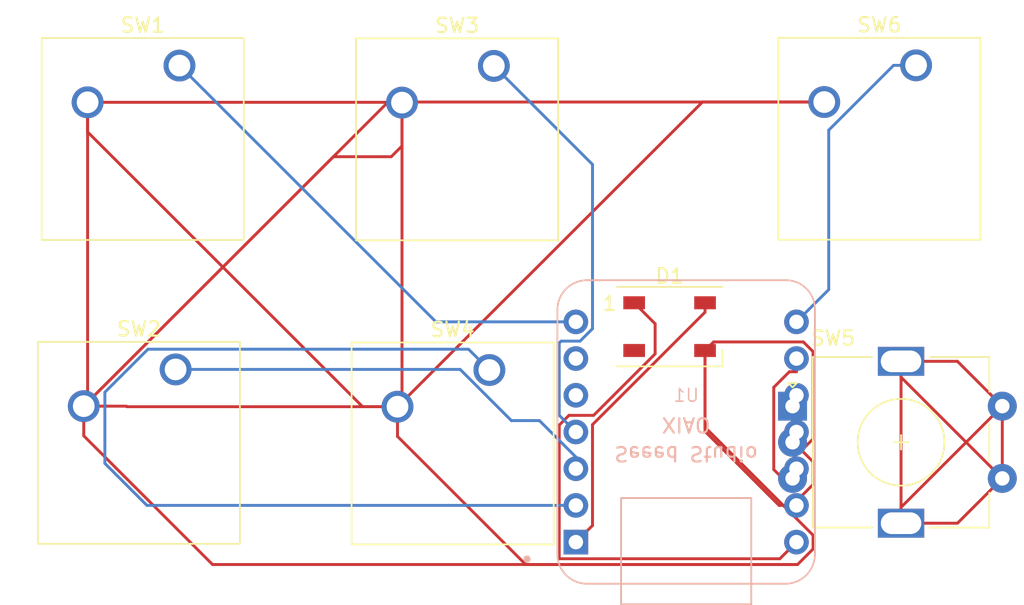
<source format=kicad_pcb>
(kicad_pcb (version 20240108) (generator "pcbnew") (generator_version "8.0")
  (layers (0 "F.Cu" signal) (31 "B.Cu" signal) (34 "B.Paste" user) (35 "F.Paste" user) (36 "B.SilkS" user "B.Silkscreen") (37 "F.SilkS" user "F.Silkscreen") (38 "B.Mask" user) (39 "F.Mask" user) (44 "Edge.Cuts" user))
  (net 0 "")
  (net 1 "GND")
  (net 2 "Net-(D1-DIN)")
  (net 4 "Net-(D1-VDD)")
  (net 5 "Net-(U1-PB08_A6_D6_TX)")
  (net 6 "Net-(U1-PA10_A2_D2)")
  (net 7 "Net-(U1-PA11_A3_D3)")
  (net 8 "Net-(U1-PA4_A1_D1)")
  (net 9 "Net-(U1-PA5_A9_D9_MISO)")
  (net 10 "Net-(U1-PA7_A8_D8_SCK)")
  (net 11 "Net-(U1-PB09_A7_D7_RX)")
  (net 12 "Net-(J1-SDA)")
  (net 14 "Net-(J1-SCL)")
  (footprint "Button_Switch_Keyboard:SW_Cherry_MX_1.00u_PCB" (layer "F.Cu") (at 26.616 18.43747)
    (property "Reference" "SW1" (at -2.54 -2.794 0) (layer "F.SilkS"))
    (property "Value" "SW_Push")
    (fp_line (start -9.525 -1.905) (end 4.445 -1.905) (stroke (width 0.12)) (layer "F.SilkS"))
    (fp_line (start -9.525 12.065) (end -9.525 -1.905) (stroke (width 0.12)) (layer "F.SilkS"))
    (fp_line (start 4.445 -1.905) (end 4.445 12.065) (stroke (width 0.12)) (layer "F.SilkS"))
    (fp_line (start 4.445 12.065) (end -9.525 12.065) (stroke (width 0.12)) (layer "F.SilkS"))
    (pad "" np_thru_hole circle (at -7.62 5.08) (size 1.7 1.7) (drill 1.7) (layers "*.Cu" "*.Mask"))
    (pad "" np_thru_hole circle (at -2.54 5.08) (size 4 4) (drill 4) (layers "*.Cu" "*.Mask"))
    (pad "" np_thru_hole circle (at 2.54 5.08) (size 1.7 1.7) (drill 1.7) (layers "*.Cu" "*.Mask"))
    (pad "1" thru_hole circle (at 0 0) (size 2.2 2.2) (drill 1.5) (layers "*.Cu" "*.Mask") (net 5 "Net-(U1-PB08_A6_D6_TX)"))
    (pad "2" thru_hole circle (at -6.35 2.54) (size 2.2 2.2) (drill 1.5) (layers "*.Cu" "*.Mask") (net 1 "GND"))
  )
  (footprint "Button_Switch_Keyboard:SW_Cherry_MX_1.00u_PCB" (layer "F.Cu") (at 48.04 39.5)
    (property "Reference" "SW4" (at -2.54 -2.794 0) (layer "F.SilkS"))
    (property "Value" "SW_Push")
    (fp_line (start -9.525 -1.905) (end 4.445 -1.905) (stroke (width 0.12)) (layer "F.SilkS"))
    (fp_line (start -9.525 12.065) (end -9.525 -1.905) (stroke (width 0.12)) (layer "F.SilkS"))
    (fp_line (start 4.445 -1.905) (end 4.445 12.065) (stroke (width 0.12)) (layer "F.SilkS"))
    (fp_line (start 4.445 12.065) (end -9.525 12.065) (stroke (width 0.12)) (layer "F.SilkS"))
    (pad "" np_thru_hole circle (at -7.62 5.08) (size 1.7 1.7) (drill 1.7) (layers "*.Cu" "*.Mask"))
    (pad "" np_thru_hole circle (at -2.54 5.08) (size 4 4) (drill 4) (layers "*.Cu" "*.Mask"))
    (pad "" np_thru_hole circle (at 2.54 5.08) (size 1.7 1.7) (drill 1.7) (layers "*.Cu" "*.Mask"))
    (pad "1" thru_hole circle (at 0 0) (size 2.2 2.2) (drill 1.5) (layers "*.Cu" "*.Mask") (net 8 "Net-(U1-PA4_A1_D1)"))
    (pad "2" thru_hole circle (at -6.35 2.54) (size 2.2 2.2) (drill 1.5) (layers "*.Cu" "*.Mask") (net 1 "GND"))
  )
  (footprint "Button_Switch_Keyboard:SW_Cherry_MX_1.00u_PCB" (layer "F.Cu") (at 26.35 39.46)
    (property "Reference" "SW2" (at -2.54 -2.794 0) (layer "F.SilkS"))
    (property "Value" "SW_Push")
    (fp_line (start -9.525 -1.905) (end 4.445 -1.905) (stroke (width 0.12)) (layer "F.SilkS"))
    (fp_line (start -9.525 12.065) (end -9.525 -1.905) (stroke (width 0.12)) (layer "F.SilkS"))
    (fp_line (start 4.445 -1.905) (end 4.445 12.065) (stroke (width 0.12)) (layer "F.SilkS"))
    (fp_line (start 4.445 12.065) (end -9.525 12.065) (stroke (width 0.12)) (layer "F.SilkS"))
    (pad "" np_thru_hole circle (at -7.62 5.08) (size 1.7 1.7) (drill 1.7) (layers "*.Cu" "*.Mask"))
    (pad "" np_thru_hole circle (at -2.54 5.08) (size 4 4) (drill 4) (layers "*.Cu" "*.Mask"))
    (pad "" np_thru_hole circle (at 2.54 5.08) (size 1.7 1.7) (drill 1.7) (layers "*.Cu" "*.Mask"))
    (pad "1" thru_hole circle (at 0 0) (size 2.2 2.2) (drill 1.5) (layers "*.Cu" "*.Mask") (net 6 "Net-(U1-PA10_A2_D2)"))
    (pad "2" thru_hole circle (at -6.35 2.54) (size 2.2 2.2) (drill 1.5) (layers "*.Cu" "*.Mask") (net 1 "GND"))
  )
  (footprint "Button_Switch_Keyboard:SW_Cherry_MX_1.00u_PCB" (layer "F.Cu") (at 48.35 18.46)
    (property "Reference" "SW3" (at -2.54 -2.794 0) (layer "F.SilkS"))
    (property "Value" "SW_Push")
    (fp_line (start -9.525 -1.905) (end 4.445 -1.905) (stroke (width 0.12)) (layer "F.SilkS"))
    (fp_line (start -9.525 12.065) (end -9.525 -1.905) (stroke (width 0.12)) (layer "F.SilkS"))
    (fp_line (start 4.445 -1.905) (end 4.445 12.065) (stroke (width 0.12)) (layer "F.SilkS"))
    (fp_line (start 4.445 12.065) (end -9.525 12.065) (stroke (width 0.12)) (layer "F.SilkS"))
    (pad "" np_thru_hole circle (at -7.62 5.08) (size 1.7 1.7) (drill 1.7) (layers "*.Cu" "*.Mask"))
    (pad "" np_thru_hole circle (at -2.54 5.08) (size 4 4) (drill 4) (layers "*.Cu" "*.Mask"))
    (pad "" np_thru_hole circle (at 2.54 5.08) (size 1.7 1.7) (drill 1.7) (layers "*.Cu" "*.Mask"))
    (pad "1" thru_hole circle (at 0 0) (size 2.2 2.2) (drill 1.5) (layers "*.Cu" "*.Mask") (net 7 "Net-(U1-PA11_A3_D3)"))
    (pad "2" thru_hole circle (at -6.35 2.54) (size 2.2 2.2) (drill 1.5) (layers "*.Cu" "*.Mask") (net 1 "GND"))
  )
  (footprint "LED_SMD:LED_WS2812B_PLCC4_5.0x5.0mm_P3.2mm" (layer "F.Cu") (at 60.5 36.5)
    (property "Reference" "D1" (at 0 -3.5 0) (layer "F.SilkS"))
    (property "Value" "WS2812B")
    (fp_line (start -3.65 -2.75) (end 3.65 -2.75) (stroke (width 0.12)) (layer "F.SilkS"))
    (fp_line (start -3.65 2.75) (end 3.65 2.75) (stroke (width 0.12)) (layer "F.SilkS"))
    (fp_line (start 3.65 2.75) (end 3.65 1.6) (stroke (width 0.12)) (layer "F.SilkS"))
    (fp_text user "1" (at -4.15 -1.6 0) (layer "F.SilkS"))
    (pad "1" smd rect (at -2.45 -1.65) (size 1.5 0.9) (layers "F.Cu" "F.Paste" "F.Mask") (net 4 "Net-(D1-VDD)"))
    (pad "2" smd rect (at -2.45 1.65) (size 1.5 0.9) (layers "F.Cu" "F.Paste" "F.Mask"))
    (pad "3" smd rect (at 2.45 1.65) (size 1.5 0.9) (layers "F.Cu" "F.Paste" "F.Mask") (net 1 "GND"))
    (pad "4" smd rect (at 2.45 -1.65) (size 1.5 0.9) (layers "F.Cu" "F.Paste" "F.Mask") (net 2 "Net-(D1-DIN)"))
  )
  (footprint "Button_Switch_Keyboard:SW_Cherry_MX_1.00u_PCB" (layer "F.Cu") (at 77.54 18.42)
    (property "Reference" "SW6" (at -2.54 -2.794 0) (layer "F.SilkS"))
    (property "Value" "SW_Push")
    (fp_line (start -9.525 -1.905) (end 4.445 -1.905) (stroke (width 0.12)) (layer "F.SilkS"))
    (fp_line (start -9.525 12.065) (end -9.525 -1.905) (stroke (width 0.12)) (layer "F.SilkS"))
    (fp_line (start 4.445 -1.905) (end 4.445 12.065) (stroke (width 0.12)) (layer "F.SilkS"))
    (fp_line (start 4.445 12.065) (end -9.525 12.065) (stroke (width 0.12)) (layer "F.SilkS"))
    (pad "" np_thru_hole circle (at -7.62 5.08) (size 1.7 1.7) (drill 1.7) (layers "*.Cu" "*.Mask"))
    (pad "" np_thru_hole circle (at -2.54 5.08) (size 4 4) (drill 4) (layers "*.Cu" "*.Mask"))
    (pad "" np_thru_hole circle (at 2.54 5.08) (size 1.7 1.7) (drill 1.7) (layers "*.Cu" "*.Mask"))
    (pad "1" thru_hole circle (at 0 0) (size 2.2 2.2) (drill 1.5) (layers "*.Cu" "*.Mask") (net 11 "Net-(U1-PB09_A7_D7_RX)"))
    (pad "2" thru_hole circle (at -6.35 2.54) (size 2.2 2.2) (drill 1.5) (layers "*.Cu" "*.Mask") (net 1 "GND"))
  )
  (footprint "Rotary_Encoder:RotaryEncoder_Alps_EC11E-Switch_Vertical_H20mm" (layer "F.Cu") (at 69 42)
    (property "Reference" "SW5" (at 2.8 -4.7 0) (layer "F.SilkS"))
    (property "Value" "RotaryEncoder")
    (fp_line (start -0.3 -1.6) (end 0.3 -1.6) (stroke (width 0.12)) (layer "F.SilkS"))
    (fp_line (start 0 -1.3) (end -0.3 -1.6) (stroke (width 0.12)) (layer "F.SilkS"))
    (fp_line (start 0.3 -1.6) (end 0 -1.3) (stroke (width 0.12)) (layer "F.SilkS"))
    (fp_line (start 1.4 -3.4) (end 1.4 8.4) (stroke (width 0.12)) (layer "F.SilkS"))
    (fp_line (start 5.5 -3.4) (end 1.4 -3.4) (stroke (width 0.12)) (layer "F.SilkS"))
    (fp_line (start 5.5 8.4) (end 1.4 8.4) (stroke (width 0.12)) (layer "F.SilkS"))
    (fp_line (start 7 2.5) (end 8 2.5) (stroke (width 0.12)) (layer "F.SilkS"))
    (fp_line (start 7.5 2) (end 7.5 3) (stroke (width 0.12)) (layer "F.SilkS"))
    (fp_line (start 9.5 -3.4) (end 13.6 -3.4) (stroke (width 0.12)) (layer "F.SilkS"))
    (fp_line (start 13.6 -3.4) (end 13.6 -1) (stroke (width 0.12)) (layer "F.SilkS"))
    (fp_line (start 13.6 1.2) (end 13.6 3.8) (stroke (width 0.12)) (layer "F.SilkS"))
    (fp_line (start 13.6 6) (end 13.6 8.4) (stroke (width 0.12)) (layer "F.SilkS"))
    (fp_line (start 13.6 8.4) (end 9.5 8.4) (stroke (width 0.12)) (layer "F.SilkS"))
    (fp_circle (center 7.5 2.5) (end 10.5 2.5) (stroke (width 0.12)) (fill none) (layer "F.SilkS"))
    (pad "A" thru_hole rect (at 0 0) (size 2 2) (drill 1) (layers "*.Cu" "*.Mask") (net 9 "Net-(U1-PA5_A9_D9_MISO)"))
    (pad "B" thru_hole circle (at 0 5) (size 2 2) (drill 1) (layers "*.Cu" "*.Mask") (net 10 "Net-(U1-PA7_A8_D8_SCK)"))
    (pad "C" thru_hole circle (at 0 2.5) (size 2 2) (drill 1) (layers "*.Cu" "*.Mask") (net 1 "GND"))
    (pad "MP" thru_hole rect (at 7.5 -3.1) (size 3.2 2) (drill oval 2.8 1.5) (layers "*.Cu" "*.Mask"))
    (pad "MP" thru_hole rect (at 7.5 8.1) (size 3.2 2) (drill oval 2.8 1.5) (layers "*.Cu" "*.Mask"))
    (pad "S1" thru_hole circle (at 14.5 5) (size 2 2) (drill 1) (layers "*.Cu" "*.Mask"))
    (pad "S2" thru_hole circle (at 14.5 0) (size 2 2) (drill 1) (layers "*.Cu" "*.Mask"))
  )
  (footprint "Seeed Studio XIAO Series Library:XIAO-Generic-Thruhole-14P-2.54-21X17.8MM" (layer "B.Cu") (at 61.64525 43.787985)
    (property "Reference" "U1" (at 0 -2.54 0) (layer "B.SilkS") (effects (font (size 0.889 0.889) (thickness 0.1016)) (justify mirror)))
    (property "Value" "Seeed Studio XIAO SAMD21" (hide yes))
    (fp_line (start -8.9 -8.5) (end -8.9 8.5) (stroke (width 0.127)) (layer "B.SilkS"))
    (fp_line (start -6.9 10.49909) (end 6.9 10.49909) (stroke (width 0.127)) (layer "B.SilkS"))
    (fp_line (start -4.5 4.57073) (end 4.5 4.57073) (stroke (width 0.127)) (layer "B.SilkS"))
    (fp_line (start -4.5 11.92403) (end -4.5 4.57073) (stroke (width 0.127)) (layer "B.SilkS"))
    (fp_line (start 4.5 4.57073) (end 4.5 11.92403) (stroke (width 0.127)) (layer "B.SilkS"))
    (fp_line (start 4.5 11.92403) (end -4.5 11.92403) (stroke (width 0.127)) (layer "B.SilkS"))
    (fp_line (start 6.9 -10.5) (end -6.9 -10.5) (stroke (width 0.127)) (layer "B.SilkS"))
    (fp_line (start 8.9 8.5) (end 8.9 -8.5) (stroke (width 0.127)) (layer "B.SilkS"))
    (fp_arc (start -8.9 -8.5) (mid -8.301423 -9.901423) (end -6.9 -10.5) (stroke (width 0.12)) (layer "B.SilkS"))
    (fp_arc (start -6.9 10.5) (mid -8.301491 9.901491) (end -8.9 8.5) (stroke (width 0.12)) (layer "B.SilkS"))
    (fp_arc (start 6.9 -10.5) (mid 8.314214 -9.914214) (end 8.9 -8.5) (stroke (width 0.12)) (layer "B.SilkS"))
    (fp_arc (start 8.9 8.5) (mid 8.301492 9.901492) (end 6.9 10.5) (stroke (width 0.12)) (layer "B.SilkS"))
    (fp_circle (center -11 8.8) (end -11 9.054) (fill solid) (layer "B.SilkS"))
    (fp_poly (pts (xy -8.887715 8.561705) (xy -8.884667 8.610473) (xy -8.880603 8.659494)) (stroke (width 0.0254)) (fill none) (layer "B.SilkS"))
    (fp_poly (pts (xy 8.889492 -8.521574) (xy 8.887713 -8.57085) (xy 8.884665 -8.619618) (xy 8.880601 -8.668639) (xy 8.875268 -8.717407) (xy 8.868664 -8.766175) (xy 8.861044 -8.81469) (xy 8.852153 -8.86295) (xy 8.842248 -8.910955)) (stroke (width 0.0254)) (fill none) (layer "B.SilkS"))
    (fp_text user "XIAO" (at 0 -0.5 180) (layer "B.SilkS") (effects (justify mirror)))
    (fp_text user "Seeed Studio" (at 0 1.5 180) (layer "B.SilkS") (effects (justify mirror)))
    (pad "1" thru_hole rect (at -7.625 7.62) (size 1.7 1.7) (drill 1) (layers "*.Cu" "*.Mask") (net 2 "Net-(D1-DIN)"))
    (pad "2" thru_hole circle (at -7.625 5.08) (size 1.7 1.7) (drill 1) (layers "*.Cu" "*.Mask") (net 8 "Net-(U1-PA4_A1_D1)"))
    (pad "3" thru_hole circle (at -7.625 2.54) (size 1.7 1.7) (drill 1) (layers "*.Cu" "*.Mask") (net 6 "Net-(U1-PA10_A2_D2)"))
    (pad "4" thru_hole circle (at -7.625 0) (size 1.7 1.7) (drill 1) (layers "*.Cu" "*.Mask") (net 7 "Net-(U1-PA11_A3_D3)"))
    (pad "5" thru_hole circle (at -7.625 -2.54) (size 1.7 1.7) (drill 1) (layers "*.Cu" "*.Mask") (net 12 "Net-(J1-SDA)"))
    (pad "6" thru_hole circle (at -7.625 -5.08 180) (size 1.7 1.7) (drill 1) (layers "*.Cu" "*.Mask") (net 14 "Net-(J1-SCL)"))
    (pad "7" thru_hole circle (at -7.625 -7.62) (size 1.7 1.7) (drill 1) (layers "*.Cu" "*.Mask") (net 5 "Net-(U1-PB08_A6_D6_TX)"))
    (pad "8" thru_hole circle (at 7.625 -7.62) (size 1.7 1.7) (drill 1) (layers "*.Cu" "*.Mask") (net 11 "Net-(U1-PB09_A7_D7_RX)"))
    (pad "9" thru_hole circle (at 7.625 -5.08) (size 1.7 1.7) (drill 1) (layers "*.Cu" "*.Mask") (net 10 "Net-(U1-PA7_A8_D8_SCK)"))
    (pad "10" thru_hole circle (at 7.625 -2.54) (size 1.7 1.7) (drill 1) (layers "*.Cu" "*.Mask") (net 9 "Net-(U1-PA5_A9_D9_MISO)"))
    (pad "11" thru_hole circle (at 7.625 0) (size 1.7 1.7) (drill 1) (layers "*.Cu" "*.Mask"))
    (pad "12" thru_hole circle (at 7.625 2.54) (size 1.7 1.7) (drill 1) (layers "*.Cu" "*.Mask"))
    (pad "13" thru_hole circle (at 7.625 5.08) (size 1.7 1.7) (drill 1) (layers "*.Cu" "*.Mask") (net 1 "GND"))
    (pad "14" thru_hole circle (at 7.625 7.62) (size 1.7 1.7) (drill 1) (layers "*.Cu" "*.Mask") (net 4 "Net-(D1-VDD)"))
  )
  (segment (start 76.5 50.1) (end 80.4 50.1) (width 0.2) (layer "F.Cu") (net 0))
  (segment (start 76.5 40) (end 83.5 47) (width 0.2) (layer "F.Cu") (net 0))
  (segment (start 76.5 38.9) (end 76.5 40) (width 0.2) (layer "F.Cu") (net 0))
  (segment (start 80.4 38.9) (end 83.5 42) (width 0.2) (layer "F.Cu") (net 0))
  (segment (start 76.5 38.9) (end 80.4 38.9) (width 0.2) (layer "F.Cu") (net 0))
  (segment (start 83.5 42) (end 83.5 47) (width 0.2) (layer "F.Cu") (net 0))
  (segment (start 80.4 50.1) (end 83.5 47) (width 0.2) (layer "F.Cu") (net 0))
  (segment (start 76.5 38.9) (end 76.5 50.1) (width 0.2) (layer "F.Cu") (net 0))
  (segment (start 76.5 49) (end 83.5 42) (width 0.2) (layer "F.Cu") (net 0))
  (segment (start 76.5 50.1) (end 76.5 49) (width 0.2) (layer "F.Cu") (net 0))
  (segment (start 70.42025 50.931639) (end 70.42025 51.884331) (width 0.2) (layer "F.Cu") (net 1))
  (segment (start 20.266 20.97747) (end 41.97747 20.97747) (width 0.2) (layer "F.Cu") (net 1))
  (segment (start 39.275128 42.04) (end 20.266 23.030872) (width 0.2) (layer "F.Cu") (net 1))
  (segment (start 41.69 42.04) (end 22.986598 42.04) (width 0.2) (layer "F.Cu") (net 1))
  (segment (start 22.986598 42.04) (end 22.946598 42) (width 0.2) (layer "F.Cu") (net 1))
  (segment (start 71.15 21) (end 71.19 20.96) (width 0.2) (layer "F.Cu") (net 1))
  (segment (start 70.42025 51.884331) (end 69.346596 52.957985) (width 0.2) (layer "F.Cu") (net 1))
  (segment (start 20.266 20.97747) (end 20.266 41.734) (width 0.2) (layer "F.Cu") (net 1))
  (segment (start 69.746596 37.557985) (end 70.42025 38.231639) (width 0.2) (layer "F.Cu") (net 1))
  (segment (start 37.26 24.74) (end 41.26 24.74) (width 0.2) (layer "F.Cu") (net 1))
  (segment (start 41.69 42.04) (end 62.77 20.96) (width 0.2) (layer "F.Cu") (net 1))
  (segment (start 20 42) (end 37.26 24.74) (width 0.2) (layer "F.Cu") (net 1))
  (segment (start 62.95 38.15) (end 62.95 43.461389) (width 0.2) (layer "F.Cu") (net 1))
  (segment (start 69.27025 48.867985) (end 68.970493 48.867985) (width 0.2) (layer "F.Cu") (net 1))
  (segment (start 70.42025 38.231639) (end 70.42025 44.264331) (width 0.2) (layer "F.Cu") (net 1))
  (segment (start 20.266 41.734) (end 20 42) (width 0.2) (layer "F.Cu") (net 1))
  (segment (start 69.506596 44.937985) (end 69 44.937985) (width 0.2) (layer "F.Cu") (net 1))
  (segment (start 42 41.73) (end 42 21) (width 0.2) (layer "F.Cu") (net 1))
  (segment (start 70.42025 44.264331) (end 69.746596 44.937985) (width 0.2) (layer "F.Cu") (net 1))
  (segment (start 62.95 43.749816) (end 68.068169 48.867985) (width 0.2) (layer "F.Cu") (net 1))
  (segment (start 20 44.053402) (end 20 42) (width 0.2) (layer "F.Cu") (net 1))
  (segment (start 22.946598 42) (end 20 42) (width 0.2) (layer "F.Cu") (net 1))
  (segment (start 69.346596 52.957985) (end 28.904583 52.957985) (width 0.2) (layer "F.Cu") (net 1))
  (segment (start 41.69 42.04) (end 42 41.73) (width 0.2) (layer "F.Cu") (net 1))
  (segment (start 62.95 38.15) (end 62.95 43.749816) (width 0.2) (layer "F.Cu") (net 1))
  (segment (start 62.95 43.461389) (end 70.42025 50.931639) (width 0.2) (layer "F.Cu") (net 1))
  (segment (start 62.77 20.96) (end 71.19 20.96) (width 0.2) (layer "F.Cu") (net 1))
  (segment (start 20.266 23.030872) (end 20.266 20.97747) (width 0.2) (layer "F.Cu") (net 1))
  (segment (start 42 24) (end 42 21) (width 0.2) (layer "F.Cu") (net 1))
  (segment (start 41.69 44.093402) (end 41.69 42.04) (width 0.2) (layer "F.Cu") (net 1))
  (segment (start 41.04 20.96) (end 71.19 20.96) (width 0.2) (layer "F.Cu") (net 1))
  (segment (start 69.346596 52.957985) (end 50.554583 52.957985) (width 0.2) (layer "F.Cu") (net 1))
  (segment (start 62.95 38.15) (end 63.542015 37.557985) (width 0.2) (layer "F.Cu") (net 1))
  (segment (start 71.17253 20.97747) (end 71.19 20.96) (width 0.2) (layer "F.Cu") (net 1))
  (segment (start 70.42025 45.851639) (end 69.506596 44.937985) (width 0.2) (layer "F.Cu") (net 1))
  (segment (start 70.42025 47.418228) (end 70.42025 45.851639) (width 0.2) (layer "F.Cu") (net 1))
  (segment (start 41.97747 20.97747) (end 42 21) (width 0.2) (layer "F.Cu") (net 1))
  (segment (start 50.554583 52.957985) (end 41.69 44.093402) (width 0.2) (layer "F.Cu") (net 1))
  (segment (start 28.904583 52.957985) (end 20 44.053402) (width 0.2) (layer "F.Cu") (net 1))
  (segment (start 41.69 42.04) (end 39.275128 42.04) (width 0.2) (layer "F.Cu") (net 1))
  (segment (start 41.26 24.74) (end 42 24) (width 0.2) (layer "F.Cu") (net 1))
  (segment (start 68.068169 48.867985) (end 69.27025 48.867985) (width 0.2) (layer "F.Cu") (net 1))
  (segment (start 63.542015 37.557985) (end 69.746596 37.557985) (width 0.2) (layer "F.Cu") (net 1))
  (segment (start 68.970493 48.867985) (end 70.42025 47.418228) (width 0.2) (layer "F.Cu") (net 1))
  (segment (start 20 42) (end 41.04 20.96) (width 0.2) (layer "F.Cu") (net 1))
  (segment (start 55.17025 43.27975) (end 55.17025 50.257985) (width 0.2) (layer "F.Cu") (net 2))
  (segment (start 62.95 34.85) (end 62.95 35.5) (width 0.2) (layer "F.Cu") (net 2))
  (segment (start 55.17025 50.257985) (end 54.02025 51.407985) (width 0.2) (layer "F.Cu") (net 2))
  (segment (start 62.95 35.5) (end 55.17025 43.27975) (width 0.2) (layer "F.Cu") (net 2))
  (segment (start 52.87025 52.557985) (end 52.87025 43.311639) (width 0.2) (layer "F.Cu") (net 4))
  (segment (start 53.543904 42.637985) (end 55.246329 42.637985) (width 0.2) (layer "F.Cu") (net 4))
  (segment (start 59.5 38.384314) (end 59.5 36.3) (width 0.2) (layer "F.Cu") (net 4))
  (segment (start 69.27025 51.407985) (end 68.12025 52.557985) (width 0.2) (layer "F.Cu") (net 4))
  (segment (start 52.87025 43.311639) (end 53.543904 42.637985) (width 0.2) (layer "F.Cu") (net 4))
  (segment (start 68.12025 52.557985) (end 52.87025 52.557985) (width 0.2) (layer "F.Cu") (net 4))
  (segment (start 59.5 36.3) (end 58.05 34.85) (width 0.2) (layer "F.Cu") (net 4))
  (segment (start 55.246329 42.637985) (end 59.5 38.384314) (width 0.2) (layer "F.Cu") (net 4))
  (segment (start 44.346515 36.167985) (end 54.02025 36.167985) (width 0.2) (layer "B.Cu") (net 5))
  (segment (start 26.616 18.43747) (end 44.346515 36.167985) (width 0.2) (layer "B.Cu") (net 5))
  (segment (start 46.020101 39.46) (end 49.560101 43) (width 0.2) (layer "B.Cu") (net 6))
  (segment (start 51.5 43) (end 54.02025 45.52025) (width 0.2) (layer "B.Cu") (net 6))
  (segment (start 54.02025 45.52025) (end 54.02025 46.327985) (width 0.2) (layer "B.Cu") (net 6))
  (segment (start 49.560101 43) (end 51.5 43) (width 0.2) (layer "B.Cu") (net 6))
  (segment (start 26.35 39.46) (end 46.020101 39.46) (width 0.2) (layer "B.Cu") (net 6))
  (segment (start 48.35 18.46) (end 55.17025 25.28025) (width 0.2) (layer "B.Cu") (net 7))
  (segment (start 52.87025 42.637985) (end 54.02025 43.787985) (width 0.2) (layer "B.Cu") (net 7))
  (segment (start 53 37.5) (end 52.87025 37.62975) (width 0.2) (layer "B.Cu") (net 7))
  (segment (start 52.87025 37.62975) (end 52.87025 42.637985) (width 0.2) (layer "B.Cu") (net 7))
  (segment (start 55.17025 36.644331) (end 54.314581 37.5) (width 0.2) (layer "B.Cu") (net 7))
  (segment (start 55.17025 25.28025) (end 55.17025 36.644331) (width 0.2) (layer "B.Cu") (net 7))
  (segment (start 54.314581 37.5) (end 53 37.5) (width 0.2) (layer "B.Cu") (net 7))
  (segment (start 21.46 45.96) (end 24.367985 48.867985) (width 0.2) (layer "B.Cu") (net 8))
  (segment (start 24.44 38.06) (end 21.46 41.04) (width 0.2) (layer "B.Cu") (net 8))
  (segment (start 24.367985 48.867985) (end 54.02025 48.867985) (width 0.2) (layer "B.Cu") (net 8))
  (segment (start 46.6 38.06) (end 24.44 38.06) (width 0.2) (layer "B.Cu") (net 8))
  (segment (start 48.04 39.5) (end 46.6 38.06) (width 0.2) (layer "B.Cu") (net 8))
  (segment (start 21.46 41.04) (end 21.46 45.96) (width 0.2) (layer "B.Cu") (net 8))
  (segment (start 69.27025 41.247985) (end 69.27025 41.72975) (width 0.2) (layer "F.Cu") (net 9))
  (segment (start 69.27025 41.72975) (end 69 42) (width 0.2) (layer "F.Cu") (net 9))
  (segment (start 67.7 40.7) (end 67.7 46.384081) (width 0.2) (layer "F.Cu") (net 10))
  (segment (start 68.793904 47.477985) (end 69 47.477985) (width 0.2) (layer "F.Cu") (net 10))
  (segment (start 67.7 46.384081) (end 68.793904 47.477985) (width 0.2) (layer "F.Cu") (net 10))
  (segment (start 69.27025 38.707985) (end 69.27025 39.621639) (width 0.2) (layer "F.Cu") (net 10))
  (segment (start 69.27025 39.621639) (end 68.778361 39.621639) (width 0.2) (layer "F.Cu") (net 10))
  (segment (start 68.778361 39.621639) (end 67.7 40.7) (width 0.2) (layer "F.Cu") (net 10))
  (segment (start 75.984366 18.42) (end 71.5 22.904366) (width 0.2) (layer "B.Cu") (net 11))
  (segment (start 71.5 33.938235) (end 69.27025 36.167985) (width 0.2) (layer "B.Cu") (net 11))
  (segment (start 77.54 18.42) (end 75.984366 18.42) (width 0.2) (layer "B.Cu") (net 11))
  (segment (start 71.5 22.904366) (end 71.5 33.938235) (width 0.2) (layer "B.Cu") (net 11))
)
</source>
